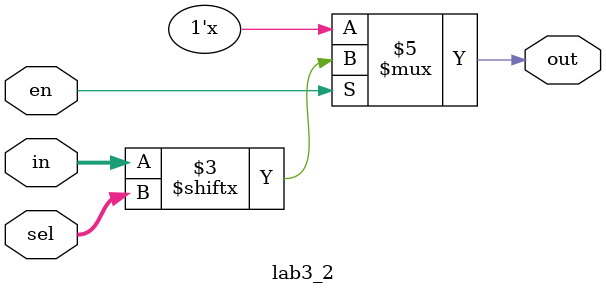
<source format=v>
module lab3_2(in,sel,out,en);
input [3:0]in;
input [1:0]sel;
input en;
output out;
reg out;


always @ (*)
begin
	if(en == 0) out = 1'bz;
	else out = in[sel];
end


endmodule





</source>
